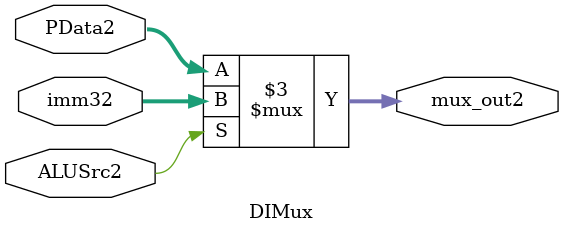
<source format=v>
module DIMux (
    input [31:0] PData2,
    input [31:0] imm32,
    input ALUSrc2,
    output reg [31:0] mux_out2
);

    always @(*) begin
        if (ALUSrc2)
            mux_out2 = imm32;
        else
            mux_out2 = PData2;
    end

endmodule

</source>
